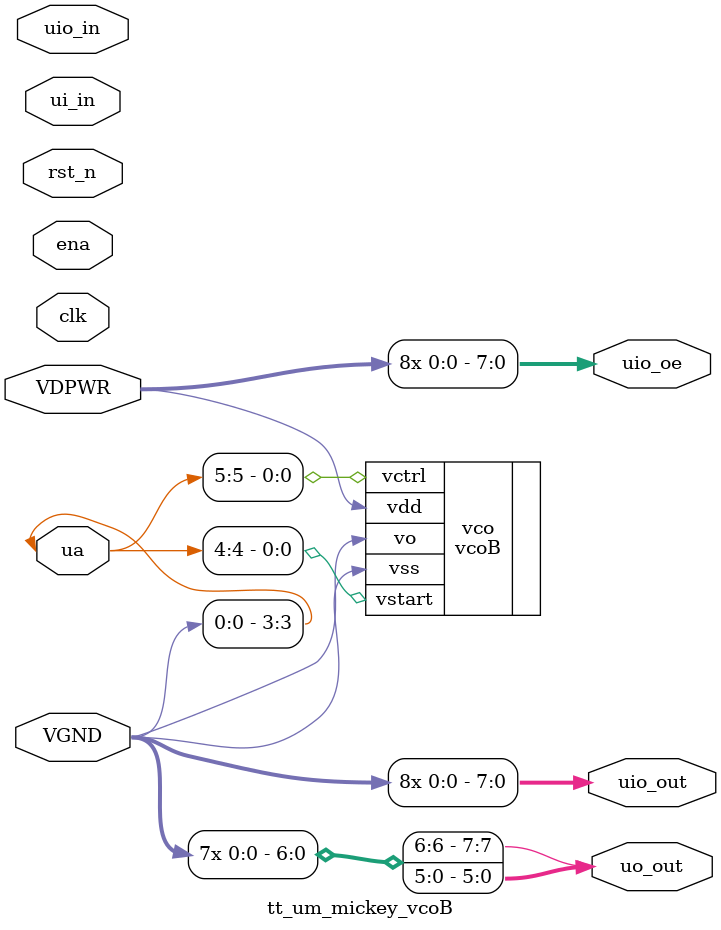
<source format=v>
/*
 * Copyright (c) 2024 Your Name
 * SPDX-License-Identifier: Apache-2.0
 */

`default_nettype none

module tt_um_mickey_vcoB (
    input  wire       VGND,
    input  wire       VDPWR,    // 1.8v power supply
//    input  wire       VAPWR,    // 3.3v power supply
    input  wire [7:0] ui_in,    // Dedicated inputs
    output wire [7:0] uo_out,   // Dedicated outputs
    input  wire [7:0] uio_in,   // IOs: Input path
    output wire [7:0] uio_out,  // IOs: Output path
    output wire [7:0] uio_oe,   // IOs: Enable path (active high: 0=input, 1=output)
    inout  wire [7:0] ua,       // Analog pins, only ua[5:0] can be used
    input  wire       ena,      // always 1 when the design is powered, so you can ignore it
    input  wire       clk,      // clock
    input  wire       rst_n     // reset_n - low to reset
);

vcoB vco(.vdd(VDPWR),.vss(VGND),.vctrl(ua[5]),.vstart(ua[4]),.vo(uo_out[7]));
assign ua[3] = uo_out[7];
assign uio_oe = {8{VDPWR}};
assign uo_out[7] = VGND;
assign uo_out[5:0] = {6{VGND}};
assign uio_out = {8{VGND}};

endmodule

</source>
